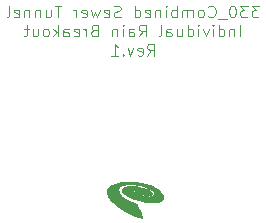
<source format=gbo>
%TF.GenerationSoftware,KiCad,Pcbnew,8.0.0*%
%TF.CreationDate,2024-11-14T09:50:14-06:00*%
%TF.ProjectId,Rain connectors,5261696e-2063-46f6-9e6e-6563746f7273,rev?*%
%TF.SameCoordinates,Original*%
%TF.FileFunction,Legend,Bot*%
%TF.FilePolarity,Positive*%
%FSLAX46Y46*%
G04 Gerber Fmt 4.6, Leading zero omitted, Abs format (unit mm)*
G04 Created by KiCad (PCBNEW 8.0.0) date 2024-11-14 09:50:14*
%MOMM*%
%LPD*%
G01*
G04 APERTURE LIST*
%ADD10C,0.100000*%
%ADD11C,0.010000*%
%ADD12R,0.850000X0.850000*%
%ADD13O,0.850000X0.850000*%
G04 APERTURE END LIST*
D10*
X144966667Y-72252531D02*
X144347620Y-72252531D01*
X144347620Y-72252531D02*
X144680953Y-72633483D01*
X144680953Y-72633483D02*
X144538096Y-72633483D01*
X144538096Y-72633483D02*
X144442858Y-72681102D01*
X144442858Y-72681102D02*
X144395239Y-72728721D01*
X144395239Y-72728721D02*
X144347620Y-72823959D01*
X144347620Y-72823959D02*
X144347620Y-73062054D01*
X144347620Y-73062054D02*
X144395239Y-73157292D01*
X144395239Y-73157292D02*
X144442858Y-73204912D01*
X144442858Y-73204912D02*
X144538096Y-73252531D01*
X144538096Y-73252531D02*
X144823810Y-73252531D01*
X144823810Y-73252531D02*
X144919048Y-73204912D01*
X144919048Y-73204912D02*
X144966667Y-73157292D01*
X144014286Y-72252531D02*
X143395239Y-72252531D01*
X143395239Y-72252531D02*
X143728572Y-72633483D01*
X143728572Y-72633483D02*
X143585715Y-72633483D01*
X143585715Y-72633483D02*
X143490477Y-72681102D01*
X143490477Y-72681102D02*
X143442858Y-72728721D01*
X143442858Y-72728721D02*
X143395239Y-72823959D01*
X143395239Y-72823959D02*
X143395239Y-73062054D01*
X143395239Y-73062054D02*
X143442858Y-73157292D01*
X143442858Y-73157292D02*
X143490477Y-73204912D01*
X143490477Y-73204912D02*
X143585715Y-73252531D01*
X143585715Y-73252531D02*
X143871429Y-73252531D01*
X143871429Y-73252531D02*
X143966667Y-73204912D01*
X143966667Y-73204912D02*
X144014286Y-73157292D01*
X142776191Y-72252531D02*
X142680953Y-72252531D01*
X142680953Y-72252531D02*
X142585715Y-72300150D01*
X142585715Y-72300150D02*
X142538096Y-72347769D01*
X142538096Y-72347769D02*
X142490477Y-72443007D01*
X142490477Y-72443007D02*
X142442858Y-72633483D01*
X142442858Y-72633483D02*
X142442858Y-72871578D01*
X142442858Y-72871578D02*
X142490477Y-73062054D01*
X142490477Y-73062054D02*
X142538096Y-73157292D01*
X142538096Y-73157292D02*
X142585715Y-73204912D01*
X142585715Y-73204912D02*
X142680953Y-73252531D01*
X142680953Y-73252531D02*
X142776191Y-73252531D01*
X142776191Y-73252531D02*
X142871429Y-73204912D01*
X142871429Y-73204912D02*
X142919048Y-73157292D01*
X142919048Y-73157292D02*
X142966667Y-73062054D01*
X142966667Y-73062054D02*
X143014286Y-72871578D01*
X143014286Y-72871578D02*
X143014286Y-72633483D01*
X143014286Y-72633483D02*
X142966667Y-72443007D01*
X142966667Y-72443007D02*
X142919048Y-72347769D01*
X142919048Y-72347769D02*
X142871429Y-72300150D01*
X142871429Y-72300150D02*
X142776191Y-72252531D01*
X142252382Y-73347769D02*
X141490477Y-73347769D01*
X140680953Y-73157292D02*
X140728572Y-73204912D01*
X140728572Y-73204912D02*
X140871429Y-73252531D01*
X140871429Y-73252531D02*
X140966667Y-73252531D01*
X140966667Y-73252531D02*
X141109524Y-73204912D01*
X141109524Y-73204912D02*
X141204762Y-73109673D01*
X141204762Y-73109673D02*
X141252381Y-73014435D01*
X141252381Y-73014435D02*
X141300000Y-72823959D01*
X141300000Y-72823959D02*
X141300000Y-72681102D01*
X141300000Y-72681102D02*
X141252381Y-72490626D01*
X141252381Y-72490626D02*
X141204762Y-72395388D01*
X141204762Y-72395388D02*
X141109524Y-72300150D01*
X141109524Y-72300150D02*
X140966667Y-72252531D01*
X140966667Y-72252531D02*
X140871429Y-72252531D01*
X140871429Y-72252531D02*
X140728572Y-72300150D01*
X140728572Y-72300150D02*
X140680953Y-72347769D01*
X140109524Y-73252531D02*
X140204762Y-73204912D01*
X140204762Y-73204912D02*
X140252381Y-73157292D01*
X140252381Y-73157292D02*
X140300000Y-73062054D01*
X140300000Y-73062054D02*
X140300000Y-72776340D01*
X140300000Y-72776340D02*
X140252381Y-72681102D01*
X140252381Y-72681102D02*
X140204762Y-72633483D01*
X140204762Y-72633483D02*
X140109524Y-72585864D01*
X140109524Y-72585864D02*
X139966667Y-72585864D01*
X139966667Y-72585864D02*
X139871429Y-72633483D01*
X139871429Y-72633483D02*
X139823810Y-72681102D01*
X139823810Y-72681102D02*
X139776191Y-72776340D01*
X139776191Y-72776340D02*
X139776191Y-73062054D01*
X139776191Y-73062054D02*
X139823810Y-73157292D01*
X139823810Y-73157292D02*
X139871429Y-73204912D01*
X139871429Y-73204912D02*
X139966667Y-73252531D01*
X139966667Y-73252531D02*
X140109524Y-73252531D01*
X139347619Y-73252531D02*
X139347619Y-72585864D01*
X139347619Y-72681102D02*
X139300000Y-72633483D01*
X139300000Y-72633483D02*
X139204762Y-72585864D01*
X139204762Y-72585864D02*
X139061905Y-72585864D01*
X139061905Y-72585864D02*
X138966667Y-72633483D01*
X138966667Y-72633483D02*
X138919048Y-72728721D01*
X138919048Y-72728721D02*
X138919048Y-73252531D01*
X138919048Y-72728721D02*
X138871429Y-72633483D01*
X138871429Y-72633483D02*
X138776191Y-72585864D01*
X138776191Y-72585864D02*
X138633334Y-72585864D01*
X138633334Y-72585864D02*
X138538095Y-72633483D01*
X138538095Y-72633483D02*
X138490476Y-72728721D01*
X138490476Y-72728721D02*
X138490476Y-73252531D01*
X138014286Y-73252531D02*
X138014286Y-72252531D01*
X138014286Y-72633483D02*
X137919048Y-72585864D01*
X137919048Y-72585864D02*
X137728572Y-72585864D01*
X137728572Y-72585864D02*
X137633334Y-72633483D01*
X137633334Y-72633483D02*
X137585715Y-72681102D01*
X137585715Y-72681102D02*
X137538096Y-72776340D01*
X137538096Y-72776340D02*
X137538096Y-73062054D01*
X137538096Y-73062054D02*
X137585715Y-73157292D01*
X137585715Y-73157292D02*
X137633334Y-73204912D01*
X137633334Y-73204912D02*
X137728572Y-73252531D01*
X137728572Y-73252531D02*
X137919048Y-73252531D01*
X137919048Y-73252531D02*
X138014286Y-73204912D01*
X137109524Y-73252531D02*
X137109524Y-72585864D01*
X137109524Y-72252531D02*
X137157143Y-72300150D01*
X137157143Y-72300150D02*
X137109524Y-72347769D01*
X137109524Y-72347769D02*
X137061905Y-72300150D01*
X137061905Y-72300150D02*
X137109524Y-72252531D01*
X137109524Y-72252531D02*
X137109524Y-72347769D01*
X136633334Y-72585864D02*
X136633334Y-73252531D01*
X136633334Y-72681102D02*
X136585715Y-72633483D01*
X136585715Y-72633483D02*
X136490477Y-72585864D01*
X136490477Y-72585864D02*
X136347620Y-72585864D01*
X136347620Y-72585864D02*
X136252382Y-72633483D01*
X136252382Y-72633483D02*
X136204763Y-72728721D01*
X136204763Y-72728721D02*
X136204763Y-73252531D01*
X135347620Y-73204912D02*
X135442858Y-73252531D01*
X135442858Y-73252531D02*
X135633334Y-73252531D01*
X135633334Y-73252531D02*
X135728572Y-73204912D01*
X135728572Y-73204912D02*
X135776191Y-73109673D01*
X135776191Y-73109673D02*
X135776191Y-72728721D01*
X135776191Y-72728721D02*
X135728572Y-72633483D01*
X135728572Y-72633483D02*
X135633334Y-72585864D01*
X135633334Y-72585864D02*
X135442858Y-72585864D01*
X135442858Y-72585864D02*
X135347620Y-72633483D01*
X135347620Y-72633483D02*
X135300001Y-72728721D01*
X135300001Y-72728721D02*
X135300001Y-72823959D01*
X135300001Y-72823959D02*
X135776191Y-72919197D01*
X134442858Y-73252531D02*
X134442858Y-72252531D01*
X134442858Y-73204912D02*
X134538096Y-73252531D01*
X134538096Y-73252531D02*
X134728572Y-73252531D01*
X134728572Y-73252531D02*
X134823810Y-73204912D01*
X134823810Y-73204912D02*
X134871429Y-73157292D01*
X134871429Y-73157292D02*
X134919048Y-73062054D01*
X134919048Y-73062054D02*
X134919048Y-72776340D01*
X134919048Y-72776340D02*
X134871429Y-72681102D01*
X134871429Y-72681102D02*
X134823810Y-72633483D01*
X134823810Y-72633483D02*
X134728572Y-72585864D01*
X134728572Y-72585864D02*
X134538096Y-72585864D01*
X134538096Y-72585864D02*
X134442858Y-72633483D01*
X133252381Y-73204912D02*
X133109524Y-73252531D01*
X133109524Y-73252531D02*
X132871429Y-73252531D01*
X132871429Y-73252531D02*
X132776191Y-73204912D01*
X132776191Y-73204912D02*
X132728572Y-73157292D01*
X132728572Y-73157292D02*
X132680953Y-73062054D01*
X132680953Y-73062054D02*
X132680953Y-72966816D01*
X132680953Y-72966816D02*
X132728572Y-72871578D01*
X132728572Y-72871578D02*
X132776191Y-72823959D01*
X132776191Y-72823959D02*
X132871429Y-72776340D01*
X132871429Y-72776340D02*
X133061905Y-72728721D01*
X133061905Y-72728721D02*
X133157143Y-72681102D01*
X133157143Y-72681102D02*
X133204762Y-72633483D01*
X133204762Y-72633483D02*
X133252381Y-72538245D01*
X133252381Y-72538245D02*
X133252381Y-72443007D01*
X133252381Y-72443007D02*
X133204762Y-72347769D01*
X133204762Y-72347769D02*
X133157143Y-72300150D01*
X133157143Y-72300150D02*
X133061905Y-72252531D01*
X133061905Y-72252531D02*
X132823810Y-72252531D01*
X132823810Y-72252531D02*
X132680953Y-72300150D01*
X131871429Y-73204912D02*
X131966667Y-73252531D01*
X131966667Y-73252531D02*
X132157143Y-73252531D01*
X132157143Y-73252531D02*
X132252381Y-73204912D01*
X132252381Y-73204912D02*
X132300000Y-73109673D01*
X132300000Y-73109673D02*
X132300000Y-72728721D01*
X132300000Y-72728721D02*
X132252381Y-72633483D01*
X132252381Y-72633483D02*
X132157143Y-72585864D01*
X132157143Y-72585864D02*
X131966667Y-72585864D01*
X131966667Y-72585864D02*
X131871429Y-72633483D01*
X131871429Y-72633483D02*
X131823810Y-72728721D01*
X131823810Y-72728721D02*
X131823810Y-72823959D01*
X131823810Y-72823959D02*
X132300000Y-72919197D01*
X131490476Y-72585864D02*
X131300000Y-73252531D01*
X131300000Y-73252531D02*
X131109524Y-72776340D01*
X131109524Y-72776340D02*
X130919048Y-73252531D01*
X130919048Y-73252531D02*
X130728572Y-72585864D01*
X129966667Y-73204912D02*
X130061905Y-73252531D01*
X130061905Y-73252531D02*
X130252381Y-73252531D01*
X130252381Y-73252531D02*
X130347619Y-73204912D01*
X130347619Y-73204912D02*
X130395238Y-73109673D01*
X130395238Y-73109673D02*
X130395238Y-72728721D01*
X130395238Y-72728721D02*
X130347619Y-72633483D01*
X130347619Y-72633483D02*
X130252381Y-72585864D01*
X130252381Y-72585864D02*
X130061905Y-72585864D01*
X130061905Y-72585864D02*
X129966667Y-72633483D01*
X129966667Y-72633483D02*
X129919048Y-72728721D01*
X129919048Y-72728721D02*
X129919048Y-72823959D01*
X129919048Y-72823959D02*
X130395238Y-72919197D01*
X129490476Y-73252531D02*
X129490476Y-72585864D01*
X129490476Y-72776340D02*
X129442857Y-72681102D01*
X129442857Y-72681102D02*
X129395238Y-72633483D01*
X129395238Y-72633483D02*
X129300000Y-72585864D01*
X129300000Y-72585864D02*
X129204762Y-72585864D01*
X128252380Y-72252531D02*
X127680952Y-72252531D01*
X127966666Y-73252531D02*
X127966666Y-72252531D01*
X126919047Y-72585864D02*
X126919047Y-73252531D01*
X127347618Y-72585864D02*
X127347618Y-73109673D01*
X127347618Y-73109673D02*
X127299999Y-73204912D01*
X127299999Y-73204912D02*
X127204761Y-73252531D01*
X127204761Y-73252531D02*
X127061904Y-73252531D01*
X127061904Y-73252531D02*
X126966666Y-73204912D01*
X126966666Y-73204912D02*
X126919047Y-73157292D01*
X126442856Y-72585864D02*
X126442856Y-73252531D01*
X126442856Y-72681102D02*
X126395237Y-72633483D01*
X126395237Y-72633483D02*
X126299999Y-72585864D01*
X126299999Y-72585864D02*
X126157142Y-72585864D01*
X126157142Y-72585864D02*
X126061904Y-72633483D01*
X126061904Y-72633483D02*
X126014285Y-72728721D01*
X126014285Y-72728721D02*
X126014285Y-73252531D01*
X125538094Y-72585864D02*
X125538094Y-73252531D01*
X125538094Y-72681102D02*
X125490475Y-72633483D01*
X125490475Y-72633483D02*
X125395237Y-72585864D01*
X125395237Y-72585864D02*
X125252380Y-72585864D01*
X125252380Y-72585864D02*
X125157142Y-72633483D01*
X125157142Y-72633483D02*
X125109523Y-72728721D01*
X125109523Y-72728721D02*
X125109523Y-73252531D01*
X124252380Y-73204912D02*
X124347618Y-73252531D01*
X124347618Y-73252531D02*
X124538094Y-73252531D01*
X124538094Y-73252531D02*
X124633332Y-73204912D01*
X124633332Y-73204912D02*
X124680951Y-73109673D01*
X124680951Y-73109673D02*
X124680951Y-72728721D01*
X124680951Y-72728721D02*
X124633332Y-72633483D01*
X124633332Y-72633483D02*
X124538094Y-72585864D01*
X124538094Y-72585864D02*
X124347618Y-72585864D01*
X124347618Y-72585864D02*
X124252380Y-72633483D01*
X124252380Y-72633483D02*
X124204761Y-72728721D01*
X124204761Y-72728721D02*
X124204761Y-72823959D01*
X124204761Y-72823959D02*
X124680951Y-72919197D01*
X123633332Y-73252531D02*
X123728570Y-73204912D01*
X123728570Y-73204912D02*
X123776189Y-73109673D01*
X123776189Y-73109673D02*
X123776189Y-72252531D01*
X143371428Y-74862475D02*
X143371428Y-73862475D01*
X142895238Y-74195808D02*
X142895238Y-74862475D01*
X142895238Y-74291046D02*
X142847619Y-74243427D01*
X142847619Y-74243427D02*
X142752381Y-74195808D01*
X142752381Y-74195808D02*
X142609524Y-74195808D01*
X142609524Y-74195808D02*
X142514286Y-74243427D01*
X142514286Y-74243427D02*
X142466667Y-74338665D01*
X142466667Y-74338665D02*
X142466667Y-74862475D01*
X141561905Y-74862475D02*
X141561905Y-73862475D01*
X141561905Y-74814856D02*
X141657143Y-74862475D01*
X141657143Y-74862475D02*
X141847619Y-74862475D01*
X141847619Y-74862475D02*
X141942857Y-74814856D01*
X141942857Y-74814856D02*
X141990476Y-74767236D01*
X141990476Y-74767236D02*
X142038095Y-74671998D01*
X142038095Y-74671998D02*
X142038095Y-74386284D01*
X142038095Y-74386284D02*
X141990476Y-74291046D01*
X141990476Y-74291046D02*
X141942857Y-74243427D01*
X141942857Y-74243427D02*
X141847619Y-74195808D01*
X141847619Y-74195808D02*
X141657143Y-74195808D01*
X141657143Y-74195808D02*
X141561905Y-74243427D01*
X141085714Y-74862475D02*
X141085714Y-74195808D01*
X141085714Y-73862475D02*
X141133333Y-73910094D01*
X141133333Y-73910094D02*
X141085714Y-73957713D01*
X141085714Y-73957713D02*
X141038095Y-73910094D01*
X141038095Y-73910094D02*
X141085714Y-73862475D01*
X141085714Y-73862475D02*
X141085714Y-73957713D01*
X140704762Y-74195808D02*
X140466667Y-74862475D01*
X140466667Y-74862475D02*
X140228572Y-74195808D01*
X139847619Y-74862475D02*
X139847619Y-74195808D01*
X139847619Y-73862475D02*
X139895238Y-73910094D01*
X139895238Y-73910094D02*
X139847619Y-73957713D01*
X139847619Y-73957713D02*
X139800000Y-73910094D01*
X139800000Y-73910094D02*
X139847619Y-73862475D01*
X139847619Y-73862475D02*
X139847619Y-73957713D01*
X138942858Y-74862475D02*
X138942858Y-73862475D01*
X138942858Y-74814856D02*
X139038096Y-74862475D01*
X139038096Y-74862475D02*
X139228572Y-74862475D01*
X139228572Y-74862475D02*
X139323810Y-74814856D01*
X139323810Y-74814856D02*
X139371429Y-74767236D01*
X139371429Y-74767236D02*
X139419048Y-74671998D01*
X139419048Y-74671998D02*
X139419048Y-74386284D01*
X139419048Y-74386284D02*
X139371429Y-74291046D01*
X139371429Y-74291046D02*
X139323810Y-74243427D01*
X139323810Y-74243427D02*
X139228572Y-74195808D01*
X139228572Y-74195808D02*
X139038096Y-74195808D01*
X139038096Y-74195808D02*
X138942858Y-74243427D01*
X138038096Y-74195808D02*
X138038096Y-74862475D01*
X138466667Y-74195808D02*
X138466667Y-74719617D01*
X138466667Y-74719617D02*
X138419048Y-74814856D01*
X138419048Y-74814856D02*
X138323810Y-74862475D01*
X138323810Y-74862475D02*
X138180953Y-74862475D01*
X138180953Y-74862475D02*
X138085715Y-74814856D01*
X138085715Y-74814856D02*
X138038096Y-74767236D01*
X137133334Y-74862475D02*
X137133334Y-74338665D01*
X137133334Y-74338665D02*
X137180953Y-74243427D01*
X137180953Y-74243427D02*
X137276191Y-74195808D01*
X137276191Y-74195808D02*
X137466667Y-74195808D01*
X137466667Y-74195808D02*
X137561905Y-74243427D01*
X137133334Y-74814856D02*
X137228572Y-74862475D01*
X137228572Y-74862475D02*
X137466667Y-74862475D01*
X137466667Y-74862475D02*
X137561905Y-74814856D01*
X137561905Y-74814856D02*
X137609524Y-74719617D01*
X137609524Y-74719617D02*
X137609524Y-74624379D01*
X137609524Y-74624379D02*
X137561905Y-74529141D01*
X137561905Y-74529141D02*
X137466667Y-74481522D01*
X137466667Y-74481522D02*
X137228572Y-74481522D01*
X137228572Y-74481522D02*
X137133334Y-74433903D01*
X136514286Y-74862475D02*
X136609524Y-74814856D01*
X136609524Y-74814856D02*
X136657143Y-74719617D01*
X136657143Y-74719617D02*
X136657143Y-73862475D01*
X134800000Y-74862475D02*
X135133333Y-74386284D01*
X135371428Y-74862475D02*
X135371428Y-73862475D01*
X135371428Y-73862475D02*
X134990476Y-73862475D01*
X134990476Y-73862475D02*
X134895238Y-73910094D01*
X134895238Y-73910094D02*
X134847619Y-73957713D01*
X134847619Y-73957713D02*
X134800000Y-74052951D01*
X134800000Y-74052951D02*
X134800000Y-74195808D01*
X134800000Y-74195808D02*
X134847619Y-74291046D01*
X134847619Y-74291046D02*
X134895238Y-74338665D01*
X134895238Y-74338665D02*
X134990476Y-74386284D01*
X134990476Y-74386284D02*
X135371428Y-74386284D01*
X133942857Y-74862475D02*
X133942857Y-74338665D01*
X133942857Y-74338665D02*
X133990476Y-74243427D01*
X133990476Y-74243427D02*
X134085714Y-74195808D01*
X134085714Y-74195808D02*
X134276190Y-74195808D01*
X134276190Y-74195808D02*
X134371428Y-74243427D01*
X133942857Y-74814856D02*
X134038095Y-74862475D01*
X134038095Y-74862475D02*
X134276190Y-74862475D01*
X134276190Y-74862475D02*
X134371428Y-74814856D01*
X134371428Y-74814856D02*
X134419047Y-74719617D01*
X134419047Y-74719617D02*
X134419047Y-74624379D01*
X134419047Y-74624379D02*
X134371428Y-74529141D01*
X134371428Y-74529141D02*
X134276190Y-74481522D01*
X134276190Y-74481522D02*
X134038095Y-74481522D01*
X134038095Y-74481522D02*
X133942857Y-74433903D01*
X133466666Y-74862475D02*
X133466666Y-74195808D01*
X133466666Y-73862475D02*
X133514285Y-73910094D01*
X133514285Y-73910094D02*
X133466666Y-73957713D01*
X133466666Y-73957713D02*
X133419047Y-73910094D01*
X133419047Y-73910094D02*
X133466666Y-73862475D01*
X133466666Y-73862475D02*
X133466666Y-73957713D01*
X132990476Y-74195808D02*
X132990476Y-74862475D01*
X132990476Y-74291046D02*
X132942857Y-74243427D01*
X132942857Y-74243427D02*
X132847619Y-74195808D01*
X132847619Y-74195808D02*
X132704762Y-74195808D01*
X132704762Y-74195808D02*
X132609524Y-74243427D01*
X132609524Y-74243427D02*
X132561905Y-74338665D01*
X132561905Y-74338665D02*
X132561905Y-74862475D01*
X130990476Y-74338665D02*
X130847619Y-74386284D01*
X130847619Y-74386284D02*
X130800000Y-74433903D01*
X130800000Y-74433903D02*
X130752381Y-74529141D01*
X130752381Y-74529141D02*
X130752381Y-74671998D01*
X130752381Y-74671998D02*
X130800000Y-74767236D01*
X130800000Y-74767236D02*
X130847619Y-74814856D01*
X130847619Y-74814856D02*
X130942857Y-74862475D01*
X130942857Y-74862475D02*
X131323809Y-74862475D01*
X131323809Y-74862475D02*
X131323809Y-73862475D01*
X131323809Y-73862475D02*
X130990476Y-73862475D01*
X130990476Y-73862475D02*
X130895238Y-73910094D01*
X130895238Y-73910094D02*
X130847619Y-73957713D01*
X130847619Y-73957713D02*
X130800000Y-74052951D01*
X130800000Y-74052951D02*
X130800000Y-74148189D01*
X130800000Y-74148189D02*
X130847619Y-74243427D01*
X130847619Y-74243427D02*
X130895238Y-74291046D01*
X130895238Y-74291046D02*
X130990476Y-74338665D01*
X130990476Y-74338665D02*
X131323809Y-74338665D01*
X130323809Y-74862475D02*
X130323809Y-74195808D01*
X130323809Y-74386284D02*
X130276190Y-74291046D01*
X130276190Y-74291046D02*
X130228571Y-74243427D01*
X130228571Y-74243427D02*
X130133333Y-74195808D01*
X130133333Y-74195808D02*
X130038095Y-74195808D01*
X129323809Y-74814856D02*
X129419047Y-74862475D01*
X129419047Y-74862475D02*
X129609523Y-74862475D01*
X129609523Y-74862475D02*
X129704761Y-74814856D01*
X129704761Y-74814856D02*
X129752380Y-74719617D01*
X129752380Y-74719617D02*
X129752380Y-74338665D01*
X129752380Y-74338665D02*
X129704761Y-74243427D01*
X129704761Y-74243427D02*
X129609523Y-74195808D01*
X129609523Y-74195808D02*
X129419047Y-74195808D01*
X129419047Y-74195808D02*
X129323809Y-74243427D01*
X129323809Y-74243427D02*
X129276190Y-74338665D01*
X129276190Y-74338665D02*
X129276190Y-74433903D01*
X129276190Y-74433903D02*
X129752380Y-74529141D01*
X128419047Y-74862475D02*
X128419047Y-74338665D01*
X128419047Y-74338665D02*
X128466666Y-74243427D01*
X128466666Y-74243427D02*
X128561904Y-74195808D01*
X128561904Y-74195808D02*
X128752380Y-74195808D01*
X128752380Y-74195808D02*
X128847618Y-74243427D01*
X128419047Y-74814856D02*
X128514285Y-74862475D01*
X128514285Y-74862475D02*
X128752380Y-74862475D01*
X128752380Y-74862475D02*
X128847618Y-74814856D01*
X128847618Y-74814856D02*
X128895237Y-74719617D01*
X128895237Y-74719617D02*
X128895237Y-74624379D01*
X128895237Y-74624379D02*
X128847618Y-74529141D01*
X128847618Y-74529141D02*
X128752380Y-74481522D01*
X128752380Y-74481522D02*
X128514285Y-74481522D01*
X128514285Y-74481522D02*
X128419047Y-74433903D01*
X127942856Y-74862475D02*
X127942856Y-73862475D01*
X127847618Y-74481522D02*
X127561904Y-74862475D01*
X127561904Y-74195808D02*
X127942856Y-74576760D01*
X126990475Y-74862475D02*
X127085713Y-74814856D01*
X127085713Y-74814856D02*
X127133332Y-74767236D01*
X127133332Y-74767236D02*
X127180951Y-74671998D01*
X127180951Y-74671998D02*
X127180951Y-74386284D01*
X127180951Y-74386284D02*
X127133332Y-74291046D01*
X127133332Y-74291046D02*
X127085713Y-74243427D01*
X127085713Y-74243427D02*
X126990475Y-74195808D01*
X126990475Y-74195808D02*
X126847618Y-74195808D01*
X126847618Y-74195808D02*
X126752380Y-74243427D01*
X126752380Y-74243427D02*
X126704761Y-74291046D01*
X126704761Y-74291046D02*
X126657142Y-74386284D01*
X126657142Y-74386284D02*
X126657142Y-74671998D01*
X126657142Y-74671998D02*
X126704761Y-74767236D01*
X126704761Y-74767236D02*
X126752380Y-74814856D01*
X126752380Y-74814856D02*
X126847618Y-74862475D01*
X126847618Y-74862475D02*
X126990475Y-74862475D01*
X125799999Y-74195808D02*
X125799999Y-74862475D01*
X126228570Y-74195808D02*
X126228570Y-74719617D01*
X126228570Y-74719617D02*
X126180951Y-74814856D01*
X126180951Y-74814856D02*
X126085713Y-74862475D01*
X126085713Y-74862475D02*
X125942856Y-74862475D01*
X125942856Y-74862475D02*
X125847618Y-74814856D01*
X125847618Y-74814856D02*
X125799999Y-74767236D01*
X125466665Y-74195808D02*
X125085713Y-74195808D01*
X125323808Y-73862475D02*
X125323808Y-74719617D01*
X125323808Y-74719617D02*
X125276189Y-74814856D01*
X125276189Y-74814856D02*
X125180951Y-74862475D01*
X125180951Y-74862475D02*
X125085713Y-74862475D01*
X135514285Y-76472419D02*
X135847618Y-75996228D01*
X136085713Y-76472419D02*
X136085713Y-75472419D01*
X136085713Y-75472419D02*
X135704761Y-75472419D01*
X135704761Y-75472419D02*
X135609523Y-75520038D01*
X135609523Y-75520038D02*
X135561904Y-75567657D01*
X135561904Y-75567657D02*
X135514285Y-75662895D01*
X135514285Y-75662895D02*
X135514285Y-75805752D01*
X135514285Y-75805752D02*
X135561904Y-75900990D01*
X135561904Y-75900990D02*
X135609523Y-75948609D01*
X135609523Y-75948609D02*
X135704761Y-75996228D01*
X135704761Y-75996228D02*
X136085713Y-75996228D01*
X134704761Y-76424800D02*
X134799999Y-76472419D01*
X134799999Y-76472419D02*
X134990475Y-76472419D01*
X134990475Y-76472419D02*
X135085713Y-76424800D01*
X135085713Y-76424800D02*
X135133332Y-76329561D01*
X135133332Y-76329561D02*
X135133332Y-75948609D01*
X135133332Y-75948609D02*
X135085713Y-75853371D01*
X135085713Y-75853371D02*
X134990475Y-75805752D01*
X134990475Y-75805752D02*
X134799999Y-75805752D01*
X134799999Y-75805752D02*
X134704761Y-75853371D01*
X134704761Y-75853371D02*
X134657142Y-75948609D01*
X134657142Y-75948609D02*
X134657142Y-76043847D01*
X134657142Y-76043847D02*
X135133332Y-76139085D01*
X134323808Y-75805752D02*
X134085713Y-76472419D01*
X134085713Y-76472419D02*
X133847618Y-75805752D01*
X133466665Y-76377180D02*
X133419046Y-76424800D01*
X133419046Y-76424800D02*
X133466665Y-76472419D01*
X133466665Y-76472419D02*
X133514284Y-76424800D01*
X133514284Y-76424800D02*
X133466665Y-76377180D01*
X133466665Y-76377180D02*
X133466665Y-76472419D01*
X132466666Y-76472419D02*
X133038094Y-76472419D01*
X132752380Y-76472419D02*
X132752380Y-75472419D01*
X132752380Y-75472419D02*
X132847618Y-75615276D01*
X132847618Y-75615276D02*
X132942856Y-75710514D01*
X132942856Y-75710514D02*
X133038094Y-75758133D01*
D11*
%TO.C,REF\u002A\u002A*%
X134174873Y-87155985D02*
X134569693Y-87190840D01*
X134962540Y-87256244D01*
X135345643Y-87351184D01*
X135711231Y-87474650D01*
X136051531Y-87625629D01*
X136358774Y-87803110D01*
X136482094Y-87892005D01*
X136632791Y-88027809D01*
X136746027Y-88165967D01*
X136820898Y-88302466D01*
X136856497Y-88433293D01*
X136851921Y-88554434D01*
X136806263Y-88661877D01*
X136718618Y-88751609D01*
X136588081Y-88819616D01*
X136553659Y-88829810D01*
X136448592Y-88848479D01*
X136308929Y-88862837D01*
X136145588Y-88872516D01*
X135969486Y-88877149D01*
X135791539Y-88876369D01*
X135622665Y-88869808D01*
X135473780Y-88857100D01*
X135441072Y-88853153D01*
X135107562Y-88801753D01*
X134786367Y-88732725D01*
X134496265Y-88650047D01*
X134411798Y-88620646D01*
X134242339Y-88553750D01*
X134067587Y-88476078D01*
X133898241Y-88392998D01*
X133744996Y-88309877D01*
X133618552Y-88232084D01*
X133529603Y-88164986D01*
X133452073Y-88086351D01*
X133377637Y-87974958D01*
X133350368Y-87871747D01*
X133368264Y-87778373D01*
X133429325Y-87696492D01*
X133531551Y-87627759D01*
X133672941Y-87573830D01*
X133851494Y-87536361D01*
X134065211Y-87517006D01*
X134312090Y-87517421D01*
X134576552Y-87538793D01*
X134840704Y-87584722D01*
X135109284Y-87658414D01*
X135398448Y-87763529D01*
X135511670Y-87810822D01*
X135671283Y-87888135D01*
X135786083Y-87961500D01*
X135859424Y-88033773D01*
X135894659Y-88107810D01*
X135895143Y-88186465D01*
X135892471Y-88196355D01*
X135850132Y-88243532D01*
X135765259Y-88273891D01*
X135642526Y-88287218D01*
X135486609Y-88283303D01*
X135302184Y-88261931D01*
X135093925Y-88222891D01*
X135006244Y-88202636D01*
X134800560Y-88145098D01*
X134635796Y-88083046D01*
X134513923Y-88017686D01*
X134436912Y-87950225D01*
X134406735Y-87881869D01*
X134425364Y-87813825D01*
X134459114Y-87790131D01*
X134535648Y-87774541D01*
X134640584Y-87773146D01*
X134762895Y-87785313D01*
X134891558Y-87810407D01*
X135015547Y-87847792D01*
X135019710Y-87849325D01*
X135149421Y-87902470D01*
X135229264Y-87947854D01*
X135259530Y-87985694D01*
X135240510Y-88016209D01*
X135234087Y-88019502D01*
X135172549Y-88027941D01*
X135082452Y-88018274D01*
X134979402Y-87991951D01*
X134927654Y-87982235D01*
X134896882Y-87990667D01*
X134897065Y-88004223D01*
X134930987Y-88027310D01*
X134997231Y-88047712D01*
X135084196Y-88062270D01*
X135180278Y-88067825D01*
X135254447Y-88062142D01*
X135314245Y-88039331D01*
X135334413Y-88002732D01*
X135318785Y-87956296D01*
X135271194Y-87903976D01*
X135195476Y-87849724D01*
X135095463Y-87797491D01*
X134974989Y-87751230D01*
X134837890Y-87714894D01*
X134790881Y-87705950D01*
X134632953Y-87689929D01*
X134500585Y-87698258D01*
X134397853Y-87728353D01*
X134328835Y-87777630D01*
X134297608Y-87843504D01*
X134308250Y-87923392D01*
X134364839Y-88014708D01*
X134378277Y-88029437D01*
X134471244Y-88100953D01*
X134603299Y-88170858D01*
X134764749Y-88236574D01*
X134945904Y-88295524D01*
X135137073Y-88345130D01*
X135328566Y-88382815D01*
X135510691Y-88406001D01*
X135673758Y-88412111D01*
X135808076Y-88398567D01*
X135892917Y-88372310D01*
X135988874Y-88316179D01*
X136053629Y-88244233D01*
X136077390Y-88164964D01*
X136059381Y-88068843D01*
X135991657Y-87957897D01*
X135874054Y-87850481D01*
X135707022Y-87746921D01*
X135491017Y-87647543D01*
X135226490Y-87552672D01*
X135186745Y-87540006D01*
X134981289Y-87477931D01*
X134804793Y-87432650D01*
X134642010Y-87401738D01*
X134477696Y-87382772D01*
X134296604Y-87373329D01*
X134083490Y-87370986D01*
X133911128Y-87373349D01*
X133726560Y-87383363D01*
X133576896Y-87402810D01*
X133453405Y-87433410D01*
X133347353Y-87476879D01*
X133250008Y-87534936D01*
X133246752Y-87537191D01*
X133138785Y-87638789D01*
X133076168Y-87758041D01*
X133058739Y-87890153D01*
X133086340Y-88030330D01*
X133158811Y-88173777D01*
X133275993Y-88315701D01*
X133291144Y-88330463D01*
X133417911Y-88435209D01*
X133583818Y-88548008D01*
X133780333Y-88664076D01*
X133998923Y-88778630D01*
X134231054Y-88886885D01*
X134468193Y-88984058D01*
X134488212Y-88991707D01*
X134564482Y-89023597D01*
X134606915Y-89051891D01*
X134627310Y-89087575D01*
X134637469Y-89141635D01*
X134639827Y-89157343D01*
X134651873Y-89206441D01*
X134674550Y-89258976D01*
X134713066Y-89324060D01*
X134772628Y-89410805D01*
X134858443Y-89528325D01*
X134923694Y-89640179D01*
X134981281Y-89785293D01*
X135021113Y-89937637D01*
X135035990Y-90075043D01*
X135035990Y-90197310D01*
X134826440Y-90132993D01*
X134502571Y-90023362D01*
X134157079Y-89884525D01*
X133820832Y-89727668D01*
X133499697Y-89556370D01*
X133199540Y-89374206D01*
X132926228Y-89184755D01*
X132685629Y-88991592D01*
X132483609Y-88798297D01*
X132326034Y-88608445D01*
X132280940Y-88542523D01*
X132169597Y-88341599D01*
X132107148Y-88154389D01*
X132093504Y-87981156D01*
X132128577Y-87822162D01*
X132212278Y-87677669D01*
X132344520Y-87547941D01*
X132525214Y-87433240D01*
X132754272Y-87333829D01*
X133056286Y-87244829D01*
X133410398Y-87181968D01*
X133785850Y-87152690D01*
X134174873Y-87155985D01*
G36*
X134174873Y-87155985D02*
G01*
X134569693Y-87190840D01*
X134962540Y-87256244D01*
X135345643Y-87351184D01*
X135711231Y-87474650D01*
X136051531Y-87625629D01*
X136358774Y-87803110D01*
X136482094Y-87892005D01*
X136632791Y-88027809D01*
X136746027Y-88165967D01*
X136820898Y-88302466D01*
X136856497Y-88433293D01*
X136851921Y-88554434D01*
X136806263Y-88661877D01*
X136718618Y-88751609D01*
X136588081Y-88819616D01*
X136553659Y-88829810D01*
X136448592Y-88848479D01*
X136308929Y-88862837D01*
X136145588Y-88872516D01*
X135969486Y-88877149D01*
X135791539Y-88876369D01*
X135622665Y-88869808D01*
X135473780Y-88857100D01*
X135441072Y-88853153D01*
X135107562Y-88801753D01*
X134786367Y-88732725D01*
X134496265Y-88650047D01*
X134411798Y-88620646D01*
X134242339Y-88553750D01*
X134067587Y-88476078D01*
X133898241Y-88392998D01*
X133744996Y-88309877D01*
X133618552Y-88232084D01*
X133529603Y-88164986D01*
X133452073Y-88086351D01*
X133377637Y-87974958D01*
X133350368Y-87871747D01*
X133368264Y-87778373D01*
X133429325Y-87696492D01*
X133531551Y-87627759D01*
X133672941Y-87573830D01*
X133851494Y-87536361D01*
X134065211Y-87517006D01*
X134312090Y-87517421D01*
X134576552Y-87538793D01*
X134840704Y-87584722D01*
X135109284Y-87658414D01*
X135398448Y-87763529D01*
X135511670Y-87810822D01*
X135671283Y-87888135D01*
X135786083Y-87961500D01*
X135859424Y-88033773D01*
X135894659Y-88107810D01*
X135895143Y-88186465D01*
X135892471Y-88196355D01*
X135850132Y-88243532D01*
X135765259Y-88273891D01*
X135642526Y-88287218D01*
X135486609Y-88283303D01*
X135302184Y-88261931D01*
X135093925Y-88222891D01*
X135006244Y-88202636D01*
X134800560Y-88145098D01*
X134635796Y-88083046D01*
X134513923Y-88017686D01*
X134436912Y-87950225D01*
X134406735Y-87881869D01*
X134425364Y-87813825D01*
X134459114Y-87790131D01*
X134535648Y-87774541D01*
X134640584Y-87773146D01*
X134762895Y-87785313D01*
X134891558Y-87810407D01*
X135015547Y-87847792D01*
X135019710Y-87849325D01*
X135149421Y-87902470D01*
X135229264Y-87947854D01*
X135259530Y-87985694D01*
X135240510Y-88016209D01*
X135234087Y-88019502D01*
X135172549Y-88027941D01*
X135082452Y-88018274D01*
X134979402Y-87991951D01*
X134927654Y-87982235D01*
X134896882Y-87990667D01*
X134897065Y-88004223D01*
X134930987Y-88027310D01*
X134997231Y-88047712D01*
X135084196Y-88062270D01*
X135180278Y-88067825D01*
X135254447Y-88062142D01*
X135314245Y-88039331D01*
X135334413Y-88002732D01*
X135318785Y-87956296D01*
X135271194Y-87903976D01*
X135195476Y-87849724D01*
X135095463Y-87797491D01*
X134974989Y-87751230D01*
X134837890Y-87714894D01*
X134790881Y-87705950D01*
X134632953Y-87689929D01*
X134500585Y-87698258D01*
X134397853Y-87728353D01*
X134328835Y-87777630D01*
X134297608Y-87843504D01*
X134308250Y-87923392D01*
X134364839Y-88014708D01*
X134378277Y-88029437D01*
X134471244Y-88100953D01*
X134603299Y-88170858D01*
X134764749Y-88236574D01*
X134945904Y-88295524D01*
X135137073Y-88345130D01*
X135328566Y-88382815D01*
X135510691Y-88406001D01*
X135673758Y-88412111D01*
X135808076Y-88398567D01*
X135892917Y-88372310D01*
X135988874Y-88316179D01*
X136053629Y-88244233D01*
X136077390Y-88164964D01*
X136059381Y-88068843D01*
X135991657Y-87957897D01*
X135874054Y-87850481D01*
X135707022Y-87746921D01*
X135491017Y-87647543D01*
X135226490Y-87552672D01*
X135186745Y-87540006D01*
X134981289Y-87477931D01*
X134804793Y-87432650D01*
X134642010Y-87401738D01*
X134477696Y-87382772D01*
X134296604Y-87373329D01*
X134083490Y-87370986D01*
X133911128Y-87373349D01*
X133726560Y-87383363D01*
X133576896Y-87402810D01*
X133453405Y-87433410D01*
X133347353Y-87476879D01*
X133250008Y-87534936D01*
X133246752Y-87537191D01*
X133138785Y-87638789D01*
X133076168Y-87758041D01*
X133058739Y-87890153D01*
X133086340Y-88030330D01*
X133158811Y-88173777D01*
X133275993Y-88315701D01*
X133291144Y-88330463D01*
X133417911Y-88435209D01*
X133583818Y-88548008D01*
X133780333Y-88664076D01*
X133998923Y-88778630D01*
X134231054Y-88886885D01*
X134468193Y-88984058D01*
X134488212Y-88991707D01*
X134564482Y-89023597D01*
X134606915Y-89051891D01*
X134627310Y-89087575D01*
X134637469Y-89141635D01*
X134639827Y-89157343D01*
X134651873Y-89206441D01*
X134674550Y-89258976D01*
X134713066Y-89324060D01*
X134772628Y-89410805D01*
X134858443Y-89528325D01*
X134923694Y-89640179D01*
X134981281Y-89785293D01*
X135021113Y-89937637D01*
X135035990Y-90075043D01*
X135035990Y-90197310D01*
X134826440Y-90132993D01*
X134502571Y-90023362D01*
X134157079Y-89884525D01*
X133820832Y-89727668D01*
X133499697Y-89556370D01*
X133199540Y-89374206D01*
X132926228Y-89184755D01*
X132685629Y-88991592D01*
X132483609Y-88798297D01*
X132326034Y-88608445D01*
X132280940Y-88542523D01*
X132169597Y-88341599D01*
X132107148Y-88154389D01*
X132093504Y-87981156D01*
X132128577Y-87822162D01*
X132212278Y-87677669D01*
X132344520Y-87547941D01*
X132525214Y-87433240D01*
X132754272Y-87333829D01*
X133056286Y-87244829D01*
X133410398Y-87181968D01*
X133785850Y-87152690D01*
X134174873Y-87155985D01*
G37*
%TD*%
%LPC*%
D12*
%TO.C,J3*%
X135275000Y-92050000D03*
D13*
X134275000Y-92050000D03*
X133275000Y-92050000D03*
%TD*%
%LPD*%
M02*

</source>
